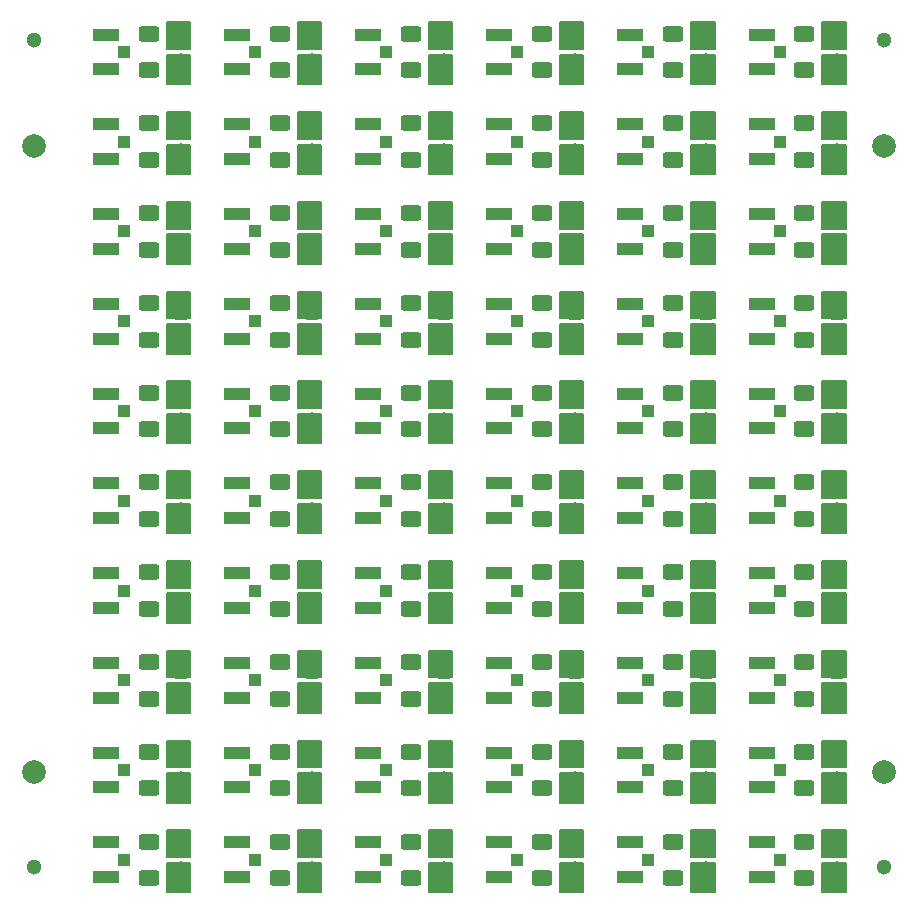
<source format=gbr>
%TF.GenerationSoftware,KiCad,Pcbnew,6.0.10-86aedd382b~118~ubuntu20.04.1*%
%TF.CreationDate,2023-01-07T17:55:22-08:00*%
%TF.ProjectId,coil_terminator_panelized,636f696c-5f74-4657-926d-696e61746f72,rev?*%
%TF.SameCoordinates,Original*%
%TF.FileFunction,Soldermask,Top*%
%TF.FilePolarity,Negative*%
%FSLAX46Y46*%
G04 Gerber Fmt 4.6, Leading zero omitted, Abs format (unit mm)*
G04 Created by KiCad (PCBNEW 6.0.10-86aedd382b~118~ubuntu20.04.1) date 2023-01-07 17:55:22*
%MOMM*%
%LPD*%
G01*
G04 APERTURE LIST*
G04 Aperture macros list*
%AMRoundRect*
0 Rectangle with rounded corners*
0 $1 Rounding radius*
0 $2 $3 $4 $5 $6 $7 $8 $9 X,Y pos of 4 corners*
0 Add a 4 corners polygon primitive as box body*
4,1,4,$2,$3,$4,$5,$6,$7,$8,$9,$2,$3,0*
0 Add four circle primitives for the rounded corners*
1,1,$1+$1,$2,$3*
1,1,$1+$1,$4,$5*
1,1,$1+$1,$6,$7*
1,1,$1+$1,$8,$9*
0 Add four rect primitives between the rounded corners*
20,1,$1+$1,$2,$3,$4,$5,0*
20,1,$1+$1,$4,$5,$6,$7,0*
20,1,$1+$1,$6,$7,$8,$9,0*
20,1,$1+$1,$8,$9,$2,$3,0*%
G04 Aperture macros list end*
%ADD10C,0.150000*%
%ADD11C,1.300000*%
%ADD12C,2.000000*%
%ADD13RoundRect,0.250000X-0.625000X0.400000X-0.625000X-0.400000X0.625000X-0.400000X0.625000X0.400000X0*%
%ADD14R,1.050000X1.000000*%
%ADD15R,2.200000X1.050000*%
%ADD16R,1.000000X1.000000*%
%ADD17O,1.000000X1.000000*%
G04 APERTURE END LIST*
D10*
X115250000Y-111250000D02*
X117250000Y-111250000D01*
X117250000Y-111250000D02*
X117250000Y-113750000D01*
X117250000Y-113750000D02*
X115250000Y-113750000D01*
X115250000Y-113750000D02*
X115250000Y-111250000D01*
G36*
X115250000Y-111250000D02*
G01*
X117250000Y-111250000D01*
X117250000Y-113750000D01*
X115250000Y-113750000D01*
X115250000Y-111250000D01*
G37*
X115250000Y-118850000D02*
X117250000Y-118850000D01*
X117250000Y-118850000D02*
X117250000Y-121350000D01*
X117250000Y-121350000D02*
X115250000Y-121350000D01*
X115250000Y-121350000D02*
X115250000Y-118850000D01*
G36*
X115250000Y-118850000D02*
G01*
X117250000Y-118850000D01*
X117250000Y-121350000D01*
X115250000Y-121350000D01*
X115250000Y-118850000D01*
G37*
X115250000Y-134050000D02*
X117250000Y-134050000D01*
X117250000Y-134050000D02*
X117250000Y-136550000D01*
X117250000Y-136550000D02*
X115250000Y-136550000D01*
X115250000Y-136550000D02*
X115250000Y-134050000D01*
G36*
X115250000Y-134050000D02*
G01*
X117250000Y-134050000D01*
X117250000Y-136550000D01*
X115250000Y-136550000D01*
X115250000Y-134050000D01*
G37*
X115250000Y-126450000D02*
X117250000Y-126450000D01*
X117250000Y-126450000D02*
X117250000Y-128950000D01*
X117250000Y-128950000D02*
X115250000Y-128950000D01*
X115250000Y-128950000D02*
X115250000Y-126450000D01*
G36*
X115250000Y-126450000D02*
G01*
X117250000Y-126450000D01*
X117250000Y-128950000D01*
X115250000Y-128950000D01*
X115250000Y-126450000D01*
G37*
X115250000Y-141650000D02*
X117250000Y-141650000D01*
X117250000Y-141650000D02*
X117250000Y-144150000D01*
X117250000Y-144150000D02*
X115250000Y-144150000D01*
X115250000Y-144150000D02*
X115250000Y-141650000D01*
G36*
X115250000Y-141650000D02*
G01*
X117250000Y-141650000D01*
X117250000Y-144150000D01*
X115250000Y-144150000D01*
X115250000Y-141650000D01*
G37*
X115250000Y-149250000D02*
X117250000Y-149250000D01*
X117250000Y-149250000D02*
X117250000Y-151750000D01*
X117250000Y-151750000D02*
X115250000Y-151750000D01*
X115250000Y-151750000D02*
X115250000Y-149250000D01*
G36*
X115250000Y-149250000D02*
G01*
X117250000Y-149250000D01*
X117250000Y-151750000D01*
X115250000Y-151750000D01*
X115250000Y-149250000D01*
G37*
X115250000Y-156850000D02*
X117250000Y-156850000D01*
X117250000Y-156850000D02*
X117250000Y-159350000D01*
X117250000Y-159350000D02*
X115250000Y-159350000D01*
X115250000Y-159350000D02*
X115250000Y-156850000D01*
G36*
X115250000Y-156850000D02*
G01*
X117250000Y-156850000D01*
X117250000Y-159350000D01*
X115250000Y-159350000D01*
X115250000Y-156850000D01*
G37*
X115250000Y-164450000D02*
X117250000Y-164450000D01*
X117250000Y-164450000D02*
X117250000Y-166950000D01*
X117250000Y-166950000D02*
X115250000Y-166950000D01*
X115250000Y-166950000D02*
X115250000Y-164450000D01*
G36*
X115250000Y-164450000D02*
G01*
X117250000Y-164450000D01*
X117250000Y-166950000D01*
X115250000Y-166950000D01*
X115250000Y-164450000D01*
G37*
X115250000Y-172050000D02*
X117250000Y-172050000D01*
X117250000Y-172050000D02*
X117250000Y-174550000D01*
X117250000Y-174550000D02*
X115250000Y-174550000D01*
X115250000Y-174550000D02*
X115250000Y-172050000D01*
G36*
X115250000Y-172050000D02*
G01*
X117250000Y-172050000D01*
X117250000Y-174550000D01*
X115250000Y-174550000D01*
X115250000Y-172050000D01*
G37*
X115250000Y-179650000D02*
X117250000Y-179650000D01*
X117250000Y-179650000D02*
X117250000Y-182150000D01*
X117250000Y-182150000D02*
X115250000Y-182150000D01*
X115250000Y-182150000D02*
X115250000Y-179650000D01*
G36*
X115250000Y-179650000D02*
G01*
X117250000Y-179650000D01*
X117250000Y-182150000D01*
X115250000Y-182150000D01*
X115250000Y-179650000D01*
G37*
X126350000Y-111250000D02*
X128350000Y-111250000D01*
X128350000Y-111250000D02*
X128350000Y-113750000D01*
X128350000Y-113750000D02*
X126350000Y-113750000D01*
X126350000Y-113750000D02*
X126350000Y-111250000D01*
G36*
X126350000Y-111250000D02*
G01*
X128350000Y-111250000D01*
X128350000Y-113750000D01*
X126350000Y-113750000D01*
X126350000Y-111250000D01*
G37*
X126350000Y-118850000D02*
X128350000Y-118850000D01*
X128350000Y-118850000D02*
X128350000Y-121350000D01*
X128350000Y-121350000D02*
X126350000Y-121350000D01*
X126350000Y-121350000D02*
X126350000Y-118850000D01*
G36*
X126350000Y-118850000D02*
G01*
X128350000Y-118850000D01*
X128350000Y-121350000D01*
X126350000Y-121350000D01*
X126350000Y-118850000D01*
G37*
X126350000Y-126450000D02*
X128350000Y-126450000D01*
X128350000Y-126450000D02*
X128350000Y-128950000D01*
X128350000Y-128950000D02*
X126350000Y-128950000D01*
X126350000Y-128950000D02*
X126350000Y-126450000D01*
G36*
X126350000Y-126450000D02*
G01*
X128350000Y-126450000D01*
X128350000Y-128950000D01*
X126350000Y-128950000D01*
X126350000Y-126450000D01*
G37*
X126350000Y-134050000D02*
X128350000Y-134050000D01*
X128350000Y-134050000D02*
X128350000Y-136550000D01*
X128350000Y-136550000D02*
X126350000Y-136550000D01*
X126350000Y-136550000D02*
X126350000Y-134050000D01*
G36*
X126350000Y-134050000D02*
G01*
X128350000Y-134050000D01*
X128350000Y-136550000D01*
X126350000Y-136550000D01*
X126350000Y-134050000D01*
G37*
X126350000Y-141650000D02*
X128350000Y-141650000D01*
X128350000Y-141650000D02*
X128350000Y-144150000D01*
X128350000Y-144150000D02*
X126350000Y-144150000D01*
X126350000Y-144150000D02*
X126350000Y-141650000D01*
G36*
X126350000Y-141650000D02*
G01*
X128350000Y-141650000D01*
X128350000Y-144150000D01*
X126350000Y-144150000D01*
X126350000Y-141650000D01*
G37*
X126350000Y-149250000D02*
X128350000Y-149250000D01*
X128350000Y-149250000D02*
X128350000Y-151750000D01*
X128350000Y-151750000D02*
X126350000Y-151750000D01*
X126350000Y-151750000D02*
X126350000Y-149250000D01*
G36*
X126350000Y-149250000D02*
G01*
X128350000Y-149250000D01*
X128350000Y-151750000D01*
X126350000Y-151750000D01*
X126350000Y-149250000D01*
G37*
X126350000Y-156850000D02*
X128350000Y-156850000D01*
X128350000Y-156850000D02*
X128350000Y-159350000D01*
X128350000Y-159350000D02*
X126350000Y-159350000D01*
X126350000Y-159350000D02*
X126350000Y-156850000D01*
G36*
X126350000Y-156850000D02*
G01*
X128350000Y-156850000D01*
X128350000Y-159350000D01*
X126350000Y-159350000D01*
X126350000Y-156850000D01*
G37*
X126350000Y-164450000D02*
X128350000Y-164450000D01*
X128350000Y-164450000D02*
X128350000Y-166950000D01*
X128350000Y-166950000D02*
X126350000Y-166950000D01*
X126350000Y-166950000D02*
X126350000Y-164450000D01*
G36*
X126350000Y-164450000D02*
G01*
X128350000Y-164450000D01*
X128350000Y-166950000D01*
X126350000Y-166950000D01*
X126350000Y-164450000D01*
G37*
X126350000Y-172050000D02*
X128350000Y-172050000D01*
X128350000Y-172050000D02*
X128350000Y-174550000D01*
X128350000Y-174550000D02*
X126350000Y-174550000D01*
X126350000Y-174550000D02*
X126350000Y-172050000D01*
G36*
X126350000Y-172050000D02*
G01*
X128350000Y-172050000D01*
X128350000Y-174550000D01*
X126350000Y-174550000D01*
X126350000Y-172050000D01*
G37*
X126350000Y-179650000D02*
X128350000Y-179650000D01*
X128350000Y-179650000D02*
X128350000Y-182150000D01*
X128350000Y-182150000D02*
X126350000Y-182150000D01*
X126350000Y-182150000D02*
X126350000Y-179650000D01*
G36*
X126350000Y-179650000D02*
G01*
X128350000Y-179650000D01*
X128350000Y-182150000D01*
X126350000Y-182150000D01*
X126350000Y-179650000D01*
G37*
X137450000Y-111250000D02*
X139450000Y-111250000D01*
X139450000Y-111250000D02*
X139450000Y-113750000D01*
X139450000Y-113750000D02*
X137450000Y-113750000D01*
X137450000Y-113750000D02*
X137450000Y-111250000D01*
G36*
X137450000Y-111250000D02*
G01*
X139450000Y-111250000D01*
X139450000Y-113750000D01*
X137450000Y-113750000D01*
X137450000Y-111250000D01*
G37*
X137450000Y-118850000D02*
X139450000Y-118850000D01*
X139450000Y-118850000D02*
X139450000Y-121350000D01*
X139450000Y-121350000D02*
X137450000Y-121350000D01*
X137450000Y-121350000D02*
X137450000Y-118850000D01*
G36*
X137450000Y-118850000D02*
G01*
X139450000Y-118850000D01*
X139450000Y-121350000D01*
X137450000Y-121350000D01*
X137450000Y-118850000D01*
G37*
X137450000Y-126450000D02*
X139450000Y-126450000D01*
X139450000Y-126450000D02*
X139450000Y-128950000D01*
X139450000Y-128950000D02*
X137450000Y-128950000D01*
X137450000Y-128950000D02*
X137450000Y-126450000D01*
G36*
X137450000Y-126450000D02*
G01*
X139450000Y-126450000D01*
X139450000Y-128950000D01*
X137450000Y-128950000D01*
X137450000Y-126450000D01*
G37*
X137450000Y-134050000D02*
X139450000Y-134050000D01*
X139450000Y-134050000D02*
X139450000Y-136550000D01*
X139450000Y-136550000D02*
X137450000Y-136550000D01*
X137450000Y-136550000D02*
X137450000Y-134050000D01*
G36*
X137450000Y-134050000D02*
G01*
X139450000Y-134050000D01*
X139450000Y-136550000D01*
X137450000Y-136550000D01*
X137450000Y-134050000D01*
G37*
X137450000Y-141650000D02*
X139450000Y-141650000D01*
X139450000Y-141650000D02*
X139450000Y-144150000D01*
X139450000Y-144150000D02*
X137450000Y-144150000D01*
X137450000Y-144150000D02*
X137450000Y-141650000D01*
G36*
X137450000Y-141650000D02*
G01*
X139450000Y-141650000D01*
X139450000Y-144150000D01*
X137450000Y-144150000D01*
X137450000Y-141650000D01*
G37*
X137450000Y-149250000D02*
X139450000Y-149250000D01*
X139450000Y-149250000D02*
X139450000Y-151750000D01*
X139450000Y-151750000D02*
X137450000Y-151750000D01*
X137450000Y-151750000D02*
X137450000Y-149250000D01*
G36*
X137450000Y-149250000D02*
G01*
X139450000Y-149250000D01*
X139450000Y-151750000D01*
X137450000Y-151750000D01*
X137450000Y-149250000D01*
G37*
X137450000Y-156850000D02*
X139450000Y-156850000D01*
X139450000Y-156850000D02*
X139450000Y-159350000D01*
X139450000Y-159350000D02*
X137450000Y-159350000D01*
X137450000Y-159350000D02*
X137450000Y-156850000D01*
G36*
X137450000Y-156850000D02*
G01*
X139450000Y-156850000D01*
X139450000Y-159350000D01*
X137450000Y-159350000D01*
X137450000Y-156850000D01*
G37*
X137450000Y-164450000D02*
X139450000Y-164450000D01*
X139450000Y-164450000D02*
X139450000Y-166950000D01*
X139450000Y-166950000D02*
X137450000Y-166950000D01*
X137450000Y-166950000D02*
X137450000Y-164450000D01*
G36*
X137450000Y-164450000D02*
G01*
X139450000Y-164450000D01*
X139450000Y-166950000D01*
X137450000Y-166950000D01*
X137450000Y-164450000D01*
G37*
X137450000Y-172050000D02*
X139450000Y-172050000D01*
X139450000Y-172050000D02*
X139450000Y-174550000D01*
X139450000Y-174550000D02*
X137450000Y-174550000D01*
X137450000Y-174550000D02*
X137450000Y-172050000D01*
G36*
X137450000Y-172050000D02*
G01*
X139450000Y-172050000D01*
X139450000Y-174550000D01*
X137450000Y-174550000D01*
X137450000Y-172050000D01*
G37*
X137450000Y-179650000D02*
X139450000Y-179650000D01*
X139450000Y-179650000D02*
X139450000Y-182150000D01*
X139450000Y-182150000D02*
X137450000Y-182150000D01*
X137450000Y-182150000D02*
X137450000Y-179650000D01*
G36*
X137450000Y-179650000D02*
G01*
X139450000Y-179650000D01*
X139450000Y-182150000D01*
X137450000Y-182150000D01*
X137450000Y-179650000D01*
G37*
X148550000Y-111250000D02*
X150550000Y-111250000D01*
X150550000Y-111250000D02*
X150550000Y-113750000D01*
X150550000Y-113750000D02*
X148550000Y-113750000D01*
X148550000Y-113750000D02*
X148550000Y-111250000D01*
G36*
X148550000Y-111250000D02*
G01*
X150550000Y-111250000D01*
X150550000Y-113750000D01*
X148550000Y-113750000D01*
X148550000Y-111250000D01*
G37*
X148550000Y-118850000D02*
X150550000Y-118850000D01*
X150550000Y-118850000D02*
X150550000Y-121350000D01*
X150550000Y-121350000D02*
X148550000Y-121350000D01*
X148550000Y-121350000D02*
X148550000Y-118850000D01*
G36*
X148550000Y-118850000D02*
G01*
X150550000Y-118850000D01*
X150550000Y-121350000D01*
X148550000Y-121350000D01*
X148550000Y-118850000D01*
G37*
X148550000Y-126450000D02*
X150550000Y-126450000D01*
X150550000Y-126450000D02*
X150550000Y-128950000D01*
X150550000Y-128950000D02*
X148550000Y-128950000D01*
X148550000Y-128950000D02*
X148550000Y-126450000D01*
G36*
X148550000Y-126450000D02*
G01*
X150550000Y-126450000D01*
X150550000Y-128950000D01*
X148550000Y-128950000D01*
X148550000Y-126450000D01*
G37*
X148550000Y-134050000D02*
X150550000Y-134050000D01*
X150550000Y-134050000D02*
X150550000Y-136550000D01*
X150550000Y-136550000D02*
X148550000Y-136550000D01*
X148550000Y-136550000D02*
X148550000Y-134050000D01*
G36*
X148550000Y-134050000D02*
G01*
X150550000Y-134050000D01*
X150550000Y-136550000D01*
X148550000Y-136550000D01*
X148550000Y-134050000D01*
G37*
X148550000Y-141650000D02*
X150550000Y-141650000D01*
X150550000Y-141650000D02*
X150550000Y-144150000D01*
X150550000Y-144150000D02*
X148550000Y-144150000D01*
X148550000Y-144150000D02*
X148550000Y-141650000D01*
G36*
X148550000Y-141650000D02*
G01*
X150550000Y-141650000D01*
X150550000Y-144150000D01*
X148550000Y-144150000D01*
X148550000Y-141650000D01*
G37*
X148550000Y-149250000D02*
X150550000Y-149250000D01*
X150550000Y-149250000D02*
X150550000Y-151750000D01*
X150550000Y-151750000D02*
X148550000Y-151750000D01*
X148550000Y-151750000D02*
X148550000Y-149250000D01*
G36*
X148550000Y-149250000D02*
G01*
X150550000Y-149250000D01*
X150550000Y-151750000D01*
X148550000Y-151750000D01*
X148550000Y-149250000D01*
G37*
X148550000Y-156850000D02*
X150550000Y-156850000D01*
X150550000Y-156850000D02*
X150550000Y-159350000D01*
X150550000Y-159350000D02*
X148550000Y-159350000D01*
X148550000Y-159350000D02*
X148550000Y-156850000D01*
G36*
X148550000Y-156850000D02*
G01*
X150550000Y-156850000D01*
X150550000Y-159350000D01*
X148550000Y-159350000D01*
X148550000Y-156850000D01*
G37*
X148550000Y-164450000D02*
X150550000Y-164450000D01*
X150550000Y-164450000D02*
X150550000Y-166950000D01*
X150550000Y-166950000D02*
X148550000Y-166950000D01*
X148550000Y-166950000D02*
X148550000Y-164450000D01*
G36*
X148550000Y-164450000D02*
G01*
X150550000Y-164450000D01*
X150550000Y-166950000D01*
X148550000Y-166950000D01*
X148550000Y-164450000D01*
G37*
X148550000Y-172050000D02*
X150550000Y-172050000D01*
X150550000Y-172050000D02*
X150550000Y-174550000D01*
X150550000Y-174550000D02*
X148550000Y-174550000D01*
X148550000Y-174550000D02*
X148550000Y-172050000D01*
G36*
X148550000Y-172050000D02*
G01*
X150550000Y-172050000D01*
X150550000Y-174550000D01*
X148550000Y-174550000D01*
X148550000Y-172050000D01*
G37*
X148550000Y-179650000D02*
X150550000Y-179650000D01*
X150550000Y-179650000D02*
X150550000Y-182150000D01*
X150550000Y-182150000D02*
X148550000Y-182150000D01*
X148550000Y-182150000D02*
X148550000Y-179650000D01*
G36*
X148550000Y-179650000D02*
G01*
X150550000Y-179650000D01*
X150550000Y-182150000D01*
X148550000Y-182150000D01*
X148550000Y-179650000D01*
G37*
X159650000Y-111250000D02*
X161650000Y-111250000D01*
X161650000Y-111250000D02*
X161650000Y-113750000D01*
X161650000Y-113750000D02*
X159650000Y-113750000D01*
X159650000Y-113750000D02*
X159650000Y-111250000D01*
G36*
X159650000Y-111250000D02*
G01*
X161650000Y-111250000D01*
X161650000Y-113750000D01*
X159650000Y-113750000D01*
X159650000Y-111250000D01*
G37*
X159650000Y-118850000D02*
X161650000Y-118850000D01*
X161650000Y-118850000D02*
X161650000Y-121350000D01*
X161650000Y-121350000D02*
X159650000Y-121350000D01*
X159650000Y-121350000D02*
X159650000Y-118850000D01*
G36*
X159650000Y-118850000D02*
G01*
X161650000Y-118850000D01*
X161650000Y-121350000D01*
X159650000Y-121350000D01*
X159650000Y-118850000D01*
G37*
X159650000Y-126450000D02*
X161650000Y-126450000D01*
X161650000Y-126450000D02*
X161650000Y-128950000D01*
X161650000Y-128950000D02*
X159650000Y-128950000D01*
X159650000Y-128950000D02*
X159650000Y-126450000D01*
G36*
X159650000Y-126450000D02*
G01*
X161650000Y-126450000D01*
X161650000Y-128950000D01*
X159650000Y-128950000D01*
X159650000Y-126450000D01*
G37*
X159650000Y-134050000D02*
X161650000Y-134050000D01*
X161650000Y-134050000D02*
X161650000Y-136550000D01*
X161650000Y-136550000D02*
X159650000Y-136550000D01*
X159650000Y-136550000D02*
X159650000Y-134050000D01*
G36*
X159650000Y-134050000D02*
G01*
X161650000Y-134050000D01*
X161650000Y-136550000D01*
X159650000Y-136550000D01*
X159650000Y-134050000D01*
G37*
X159650000Y-141650000D02*
X161650000Y-141650000D01*
X161650000Y-141650000D02*
X161650000Y-144150000D01*
X161650000Y-144150000D02*
X159650000Y-144150000D01*
X159650000Y-144150000D02*
X159650000Y-141650000D01*
G36*
X159650000Y-141650000D02*
G01*
X161650000Y-141650000D01*
X161650000Y-144150000D01*
X159650000Y-144150000D01*
X159650000Y-141650000D01*
G37*
X159650000Y-149250000D02*
X161650000Y-149250000D01*
X161650000Y-149250000D02*
X161650000Y-151750000D01*
X161650000Y-151750000D02*
X159650000Y-151750000D01*
X159650000Y-151750000D02*
X159650000Y-149250000D01*
G36*
X159650000Y-149250000D02*
G01*
X161650000Y-149250000D01*
X161650000Y-151750000D01*
X159650000Y-151750000D01*
X159650000Y-149250000D01*
G37*
X159650000Y-156850000D02*
X161650000Y-156850000D01*
X161650000Y-156850000D02*
X161650000Y-159350000D01*
X161650000Y-159350000D02*
X159650000Y-159350000D01*
X159650000Y-159350000D02*
X159650000Y-156850000D01*
G36*
X159650000Y-156850000D02*
G01*
X161650000Y-156850000D01*
X161650000Y-159350000D01*
X159650000Y-159350000D01*
X159650000Y-156850000D01*
G37*
X159650000Y-164450000D02*
X161650000Y-164450000D01*
X161650000Y-164450000D02*
X161650000Y-166950000D01*
X161650000Y-166950000D02*
X159650000Y-166950000D01*
X159650000Y-166950000D02*
X159650000Y-164450000D01*
G36*
X159650000Y-164450000D02*
G01*
X161650000Y-164450000D01*
X161650000Y-166950000D01*
X159650000Y-166950000D01*
X159650000Y-164450000D01*
G37*
X159650000Y-172050000D02*
X161650000Y-172050000D01*
X161650000Y-172050000D02*
X161650000Y-174550000D01*
X161650000Y-174550000D02*
X159650000Y-174550000D01*
X159650000Y-174550000D02*
X159650000Y-172050000D01*
G36*
X159650000Y-172050000D02*
G01*
X161650000Y-172050000D01*
X161650000Y-174550000D01*
X159650000Y-174550000D01*
X159650000Y-172050000D01*
G37*
X159650000Y-179650000D02*
X161650000Y-179650000D01*
X161650000Y-179650000D02*
X161650000Y-182150000D01*
X161650000Y-182150000D02*
X159650000Y-182150000D01*
X159650000Y-182150000D02*
X159650000Y-179650000D01*
G36*
X159650000Y-179650000D02*
G01*
X161650000Y-179650000D01*
X161650000Y-182150000D01*
X159650000Y-182150000D01*
X159650000Y-179650000D01*
G37*
X170750000Y-111250000D02*
X172750000Y-111250000D01*
X172750000Y-111250000D02*
X172750000Y-113750000D01*
X172750000Y-113750000D02*
X170750000Y-113750000D01*
X170750000Y-113750000D02*
X170750000Y-111250000D01*
G36*
X170750000Y-111250000D02*
G01*
X172750000Y-111250000D01*
X172750000Y-113750000D01*
X170750000Y-113750000D01*
X170750000Y-111250000D01*
G37*
X170750000Y-118850000D02*
X172750000Y-118850000D01*
X172750000Y-118850000D02*
X172750000Y-121350000D01*
X172750000Y-121350000D02*
X170750000Y-121350000D01*
X170750000Y-121350000D02*
X170750000Y-118850000D01*
G36*
X170750000Y-118850000D02*
G01*
X172750000Y-118850000D01*
X172750000Y-121350000D01*
X170750000Y-121350000D01*
X170750000Y-118850000D01*
G37*
X170750000Y-126450000D02*
X172750000Y-126450000D01*
X172750000Y-126450000D02*
X172750000Y-128950000D01*
X172750000Y-128950000D02*
X170750000Y-128950000D01*
X170750000Y-128950000D02*
X170750000Y-126450000D01*
G36*
X170750000Y-126450000D02*
G01*
X172750000Y-126450000D01*
X172750000Y-128950000D01*
X170750000Y-128950000D01*
X170750000Y-126450000D01*
G37*
X170750000Y-134050000D02*
X172750000Y-134050000D01*
X172750000Y-134050000D02*
X172750000Y-136550000D01*
X172750000Y-136550000D02*
X170750000Y-136550000D01*
X170750000Y-136550000D02*
X170750000Y-134050000D01*
G36*
X170750000Y-134050000D02*
G01*
X172750000Y-134050000D01*
X172750000Y-136550000D01*
X170750000Y-136550000D01*
X170750000Y-134050000D01*
G37*
X170750000Y-141650000D02*
X172750000Y-141650000D01*
X172750000Y-141650000D02*
X172750000Y-144150000D01*
X172750000Y-144150000D02*
X170750000Y-144150000D01*
X170750000Y-144150000D02*
X170750000Y-141650000D01*
G36*
X170750000Y-141650000D02*
G01*
X172750000Y-141650000D01*
X172750000Y-144150000D01*
X170750000Y-144150000D01*
X170750000Y-141650000D01*
G37*
X170750000Y-149250000D02*
X172750000Y-149250000D01*
X172750000Y-149250000D02*
X172750000Y-151750000D01*
X172750000Y-151750000D02*
X170750000Y-151750000D01*
X170750000Y-151750000D02*
X170750000Y-149250000D01*
G36*
X170750000Y-149250000D02*
G01*
X172750000Y-149250000D01*
X172750000Y-151750000D01*
X170750000Y-151750000D01*
X170750000Y-149250000D01*
G37*
X170750000Y-156850000D02*
X172750000Y-156850000D01*
X172750000Y-156850000D02*
X172750000Y-159350000D01*
X172750000Y-159350000D02*
X170750000Y-159350000D01*
X170750000Y-159350000D02*
X170750000Y-156850000D01*
G36*
X170750000Y-156850000D02*
G01*
X172750000Y-156850000D01*
X172750000Y-159350000D01*
X170750000Y-159350000D01*
X170750000Y-156850000D01*
G37*
X170750000Y-164450000D02*
X172750000Y-164450000D01*
X172750000Y-164450000D02*
X172750000Y-166950000D01*
X172750000Y-166950000D02*
X170750000Y-166950000D01*
X170750000Y-166950000D02*
X170750000Y-164450000D01*
G36*
X170750000Y-164450000D02*
G01*
X172750000Y-164450000D01*
X172750000Y-166950000D01*
X170750000Y-166950000D01*
X170750000Y-164450000D01*
G37*
X170750000Y-172050000D02*
X172750000Y-172050000D01*
X172750000Y-172050000D02*
X172750000Y-174550000D01*
X172750000Y-174550000D02*
X170750000Y-174550000D01*
X170750000Y-174550000D02*
X170750000Y-172050000D01*
G36*
X170750000Y-172050000D02*
G01*
X172750000Y-172050000D01*
X172750000Y-174550000D01*
X170750000Y-174550000D01*
X170750000Y-172050000D01*
G37*
X170750000Y-179650000D02*
X172750000Y-179650000D01*
X172750000Y-179650000D02*
X172750000Y-182150000D01*
X172750000Y-182150000D02*
X170750000Y-182150000D01*
X170750000Y-182150000D02*
X170750000Y-179650000D01*
G36*
X170750000Y-179650000D02*
G01*
X172750000Y-179650000D01*
X172750000Y-182150000D01*
X170750000Y-182150000D01*
X170750000Y-179650000D01*
G37*
X115250000Y-110750000D02*
X117250000Y-110750000D01*
X117250000Y-110750000D02*
X117250000Y-108500000D01*
X117250000Y-108500000D02*
X115250000Y-108500000D01*
X115250000Y-108500000D02*
X115250000Y-110750000D01*
G36*
X115250000Y-110750000D02*
G01*
X117250000Y-110750000D01*
X117250000Y-108500000D01*
X115250000Y-108500000D01*
X115250000Y-110750000D01*
G37*
X115250000Y-118350000D02*
X117250000Y-118350000D01*
X117250000Y-118350000D02*
X117250000Y-116100000D01*
X117250000Y-116100000D02*
X115250000Y-116100000D01*
X115250000Y-116100000D02*
X115250000Y-118350000D01*
G36*
X115250000Y-118350000D02*
G01*
X117250000Y-118350000D01*
X117250000Y-116100000D01*
X115250000Y-116100000D01*
X115250000Y-118350000D01*
G37*
X115250000Y-125950000D02*
X117250000Y-125950000D01*
X117250000Y-125950000D02*
X117250000Y-123700000D01*
X117250000Y-123700000D02*
X115250000Y-123700000D01*
X115250000Y-123700000D02*
X115250000Y-125950000D01*
G36*
X115250000Y-125950000D02*
G01*
X117250000Y-125950000D01*
X117250000Y-123700000D01*
X115250000Y-123700000D01*
X115250000Y-125950000D01*
G37*
X115250000Y-133550000D02*
X117250000Y-133550000D01*
X117250000Y-133550000D02*
X117250000Y-131300000D01*
X117250000Y-131300000D02*
X115250000Y-131300000D01*
X115250000Y-131300000D02*
X115250000Y-133550000D01*
G36*
X115250000Y-133550000D02*
G01*
X117250000Y-133550000D01*
X117250000Y-131300000D01*
X115250000Y-131300000D01*
X115250000Y-133550000D01*
G37*
X115250000Y-141150000D02*
X117250000Y-141150000D01*
X117250000Y-141150000D02*
X117250000Y-138900000D01*
X117250000Y-138900000D02*
X115250000Y-138900000D01*
X115250000Y-138900000D02*
X115250000Y-141150000D01*
G36*
X115250000Y-141150000D02*
G01*
X117250000Y-141150000D01*
X117250000Y-138900000D01*
X115250000Y-138900000D01*
X115250000Y-141150000D01*
G37*
X115250000Y-148750000D02*
X117250000Y-148750000D01*
X117250000Y-148750000D02*
X117250000Y-146500000D01*
X117250000Y-146500000D02*
X115250000Y-146500000D01*
X115250000Y-146500000D02*
X115250000Y-148750000D01*
G36*
X115250000Y-148750000D02*
G01*
X117250000Y-148750000D01*
X117250000Y-146500000D01*
X115250000Y-146500000D01*
X115250000Y-148750000D01*
G37*
X115250000Y-156350000D02*
X117250000Y-156350000D01*
X117250000Y-156350000D02*
X117250000Y-154100000D01*
X117250000Y-154100000D02*
X115250000Y-154100000D01*
X115250000Y-154100000D02*
X115250000Y-156350000D01*
G36*
X115250000Y-156350000D02*
G01*
X117250000Y-156350000D01*
X117250000Y-154100000D01*
X115250000Y-154100000D01*
X115250000Y-156350000D01*
G37*
X115250000Y-163950000D02*
X117250000Y-163950000D01*
X117250000Y-163950000D02*
X117250000Y-161700000D01*
X117250000Y-161700000D02*
X115250000Y-161700000D01*
X115250000Y-161700000D02*
X115250000Y-163950000D01*
G36*
X115250000Y-163950000D02*
G01*
X117250000Y-163950000D01*
X117250000Y-161700000D01*
X115250000Y-161700000D01*
X115250000Y-163950000D01*
G37*
X115250000Y-171550000D02*
X117250000Y-171550000D01*
X117250000Y-171550000D02*
X117250000Y-169300000D01*
X117250000Y-169300000D02*
X115250000Y-169300000D01*
X115250000Y-169300000D02*
X115250000Y-171550000D01*
G36*
X115250000Y-171550000D02*
G01*
X117250000Y-171550000D01*
X117250000Y-169300000D01*
X115250000Y-169300000D01*
X115250000Y-171550000D01*
G37*
X115250000Y-179150000D02*
X117250000Y-179150000D01*
X117250000Y-179150000D02*
X117250000Y-176900000D01*
X117250000Y-176900000D02*
X115250000Y-176900000D01*
X115250000Y-176900000D02*
X115250000Y-179150000D01*
G36*
X115250000Y-179150000D02*
G01*
X117250000Y-179150000D01*
X117250000Y-176900000D01*
X115250000Y-176900000D01*
X115250000Y-179150000D01*
G37*
X126350000Y-110750000D02*
X128350000Y-110750000D01*
X128350000Y-110750000D02*
X128350000Y-108500000D01*
X128350000Y-108500000D02*
X126350000Y-108500000D01*
X126350000Y-108500000D02*
X126350000Y-110750000D01*
G36*
X126350000Y-110750000D02*
G01*
X128350000Y-110750000D01*
X128350000Y-108500000D01*
X126350000Y-108500000D01*
X126350000Y-110750000D01*
G37*
X126350000Y-118350000D02*
X128350000Y-118350000D01*
X128350000Y-118350000D02*
X128350000Y-116100000D01*
X128350000Y-116100000D02*
X126350000Y-116100000D01*
X126350000Y-116100000D02*
X126350000Y-118350000D01*
G36*
X126350000Y-118350000D02*
G01*
X128350000Y-118350000D01*
X128350000Y-116100000D01*
X126350000Y-116100000D01*
X126350000Y-118350000D01*
G37*
X126350000Y-125950000D02*
X128350000Y-125950000D01*
X128350000Y-125950000D02*
X128350000Y-123700000D01*
X128350000Y-123700000D02*
X126350000Y-123700000D01*
X126350000Y-123700000D02*
X126350000Y-125950000D01*
G36*
X126350000Y-125950000D02*
G01*
X128350000Y-125950000D01*
X128350000Y-123700000D01*
X126350000Y-123700000D01*
X126350000Y-125950000D01*
G37*
X126350000Y-133550000D02*
X128350000Y-133550000D01*
X128350000Y-133550000D02*
X128350000Y-131300000D01*
X128350000Y-131300000D02*
X126350000Y-131300000D01*
X126350000Y-131300000D02*
X126350000Y-133550000D01*
G36*
X126350000Y-133550000D02*
G01*
X128350000Y-133550000D01*
X128350000Y-131300000D01*
X126350000Y-131300000D01*
X126350000Y-133550000D01*
G37*
X126350000Y-141150000D02*
X128350000Y-141150000D01*
X128350000Y-141150000D02*
X128350000Y-138900000D01*
X128350000Y-138900000D02*
X126350000Y-138900000D01*
X126350000Y-138900000D02*
X126350000Y-141150000D01*
G36*
X126350000Y-141150000D02*
G01*
X128350000Y-141150000D01*
X128350000Y-138900000D01*
X126350000Y-138900000D01*
X126350000Y-141150000D01*
G37*
X148550000Y-118350000D02*
X150550000Y-118350000D01*
X150550000Y-118350000D02*
X150550000Y-116100000D01*
X150550000Y-116100000D02*
X148550000Y-116100000D01*
X148550000Y-116100000D02*
X148550000Y-118350000D01*
G36*
X148550000Y-118350000D02*
G01*
X150550000Y-118350000D01*
X150550000Y-116100000D01*
X148550000Y-116100000D01*
X148550000Y-118350000D01*
G37*
X126350000Y-148750000D02*
X128350000Y-148750000D01*
X128350000Y-148750000D02*
X128350000Y-146500000D01*
X128350000Y-146500000D02*
X126350000Y-146500000D01*
X126350000Y-146500000D02*
X126350000Y-148750000D01*
G36*
X126350000Y-148750000D02*
G01*
X128350000Y-148750000D01*
X128350000Y-146500000D01*
X126350000Y-146500000D01*
X126350000Y-148750000D01*
G37*
X126350000Y-156350000D02*
X128350000Y-156350000D01*
X128350000Y-156350000D02*
X128350000Y-154100000D01*
X128350000Y-154100000D02*
X126350000Y-154100000D01*
X126350000Y-154100000D02*
X126350000Y-156350000D01*
G36*
X126350000Y-156350000D02*
G01*
X128350000Y-156350000D01*
X128350000Y-154100000D01*
X126350000Y-154100000D01*
X126350000Y-156350000D01*
G37*
X126350000Y-163950000D02*
X128350000Y-163950000D01*
X128350000Y-163950000D02*
X128350000Y-161700000D01*
X128350000Y-161700000D02*
X126350000Y-161700000D01*
X126350000Y-161700000D02*
X126350000Y-163950000D01*
G36*
X126350000Y-163950000D02*
G01*
X128350000Y-163950000D01*
X128350000Y-161700000D01*
X126350000Y-161700000D01*
X126350000Y-163950000D01*
G37*
X126350000Y-171550000D02*
X128350000Y-171550000D01*
X128350000Y-171550000D02*
X128350000Y-169300000D01*
X128350000Y-169300000D02*
X126350000Y-169300000D01*
X126350000Y-169300000D02*
X126350000Y-171550000D01*
G36*
X126350000Y-171550000D02*
G01*
X128350000Y-171550000D01*
X128350000Y-169300000D01*
X126350000Y-169300000D01*
X126350000Y-171550000D01*
G37*
X126350000Y-179150000D02*
X128350000Y-179150000D01*
X128350000Y-179150000D02*
X128350000Y-176900000D01*
X128350000Y-176900000D02*
X126350000Y-176900000D01*
X126350000Y-176900000D02*
X126350000Y-179150000D01*
G36*
X126350000Y-179150000D02*
G01*
X128350000Y-179150000D01*
X128350000Y-176900000D01*
X126350000Y-176900000D01*
X126350000Y-179150000D01*
G37*
X137450000Y-110750000D02*
X139450000Y-110750000D01*
X139450000Y-110750000D02*
X139450000Y-108500000D01*
X139450000Y-108500000D02*
X137450000Y-108500000D01*
X137450000Y-108500000D02*
X137450000Y-110750000D01*
G36*
X137450000Y-110750000D02*
G01*
X139450000Y-110750000D01*
X139450000Y-108500000D01*
X137450000Y-108500000D01*
X137450000Y-110750000D01*
G37*
X137450000Y-118350000D02*
X139450000Y-118350000D01*
X139450000Y-118350000D02*
X139450000Y-116100000D01*
X139450000Y-116100000D02*
X137450000Y-116100000D01*
X137450000Y-116100000D02*
X137450000Y-118350000D01*
G36*
X137450000Y-118350000D02*
G01*
X139450000Y-118350000D01*
X139450000Y-116100000D01*
X137450000Y-116100000D01*
X137450000Y-118350000D01*
G37*
X137450000Y-125950000D02*
X139450000Y-125950000D01*
X139450000Y-125950000D02*
X139450000Y-123700000D01*
X139450000Y-123700000D02*
X137450000Y-123700000D01*
X137450000Y-123700000D02*
X137450000Y-125950000D01*
G36*
X137450000Y-125950000D02*
G01*
X139450000Y-125950000D01*
X139450000Y-123700000D01*
X137450000Y-123700000D01*
X137450000Y-125950000D01*
G37*
X137450000Y-133550000D02*
X139450000Y-133550000D01*
X139450000Y-133550000D02*
X139450000Y-131300000D01*
X139450000Y-131300000D02*
X137450000Y-131300000D01*
X137450000Y-131300000D02*
X137450000Y-133550000D01*
G36*
X137450000Y-133550000D02*
G01*
X139450000Y-133550000D01*
X139450000Y-131300000D01*
X137450000Y-131300000D01*
X137450000Y-133550000D01*
G37*
X137450000Y-141150000D02*
X139450000Y-141150000D01*
X139450000Y-141150000D02*
X139450000Y-138900000D01*
X139450000Y-138900000D02*
X137450000Y-138900000D01*
X137450000Y-138900000D02*
X137450000Y-141150000D01*
G36*
X137450000Y-141150000D02*
G01*
X139450000Y-141150000D01*
X139450000Y-138900000D01*
X137450000Y-138900000D01*
X137450000Y-141150000D01*
G37*
X137450000Y-148750000D02*
X139450000Y-148750000D01*
X139450000Y-148750000D02*
X139450000Y-146500000D01*
X139450000Y-146500000D02*
X137450000Y-146500000D01*
X137450000Y-146500000D02*
X137450000Y-148750000D01*
G36*
X137450000Y-148750000D02*
G01*
X139450000Y-148750000D01*
X139450000Y-146500000D01*
X137450000Y-146500000D01*
X137450000Y-148750000D01*
G37*
X137450000Y-156350000D02*
X139450000Y-156350000D01*
X139450000Y-156350000D02*
X139450000Y-154100000D01*
X139450000Y-154100000D02*
X137450000Y-154100000D01*
X137450000Y-154100000D02*
X137450000Y-156350000D01*
G36*
X137450000Y-156350000D02*
G01*
X139450000Y-156350000D01*
X139450000Y-154100000D01*
X137450000Y-154100000D01*
X137450000Y-156350000D01*
G37*
X137450000Y-163950000D02*
X139450000Y-163950000D01*
X139450000Y-163950000D02*
X139450000Y-161700000D01*
X139450000Y-161700000D02*
X137450000Y-161700000D01*
X137450000Y-161700000D02*
X137450000Y-163950000D01*
G36*
X137450000Y-163950000D02*
G01*
X139450000Y-163950000D01*
X139450000Y-161700000D01*
X137450000Y-161700000D01*
X137450000Y-163950000D01*
G37*
X137450000Y-171550000D02*
X139450000Y-171550000D01*
X139450000Y-171550000D02*
X139450000Y-169300000D01*
X139450000Y-169300000D02*
X137450000Y-169300000D01*
X137450000Y-169300000D02*
X137450000Y-171550000D01*
G36*
X137450000Y-171550000D02*
G01*
X139450000Y-171550000D01*
X139450000Y-169300000D01*
X137450000Y-169300000D01*
X137450000Y-171550000D01*
G37*
X137450000Y-179150000D02*
X139450000Y-179150000D01*
X139450000Y-179150000D02*
X139450000Y-176900000D01*
X139450000Y-176900000D02*
X137450000Y-176900000D01*
X137450000Y-176900000D02*
X137450000Y-179150000D01*
G36*
X137450000Y-179150000D02*
G01*
X139450000Y-179150000D01*
X139450000Y-176900000D01*
X137450000Y-176900000D01*
X137450000Y-179150000D01*
G37*
X148550000Y-110750000D02*
X150550000Y-110750000D01*
X150550000Y-110750000D02*
X150550000Y-108500000D01*
X150550000Y-108500000D02*
X148550000Y-108500000D01*
X148550000Y-108500000D02*
X148550000Y-110750000D01*
G36*
X148550000Y-110750000D02*
G01*
X150550000Y-110750000D01*
X150550000Y-108500000D01*
X148550000Y-108500000D01*
X148550000Y-110750000D01*
G37*
X159650000Y-179150000D02*
X161650000Y-179150000D01*
X161650000Y-179150000D02*
X161650000Y-176900000D01*
X161650000Y-176900000D02*
X159650000Y-176900000D01*
X159650000Y-176900000D02*
X159650000Y-179150000D01*
G36*
X159650000Y-179150000D02*
G01*
X161650000Y-179150000D01*
X161650000Y-176900000D01*
X159650000Y-176900000D01*
X159650000Y-179150000D01*
G37*
X170750000Y-110750000D02*
X172750000Y-110750000D01*
X172750000Y-110750000D02*
X172750000Y-108500000D01*
X172750000Y-108500000D02*
X170750000Y-108500000D01*
X170750000Y-108500000D02*
X170750000Y-110750000D01*
G36*
X170750000Y-110750000D02*
G01*
X172750000Y-110750000D01*
X172750000Y-108500000D01*
X170750000Y-108500000D01*
X170750000Y-110750000D01*
G37*
X148550000Y-125950000D02*
X150550000Y-125950000D01*
X150550000Y-125950000D02*
X150550000Y-123700000D01*
X150550000Y-123700000D02*
X148550000Y-123700000D01*
X148550000Y-123700000D02*
X148550000Y-125950000D01*
G36*
X148550000Y-125950000D02*
G01*
X150550000Y-125950000D01*
X150550000Y-123700000D01*
X148550000Y-123700000D01*
X148550000Y-125950000D01*
G37*
X148550000Y-133550000D02*
X150550000Y-133550000D01*
X150550000Y-133550000D02*
X150550000Y-131300000D01*
X150550000Y-131300000D02*
X148550000Y-131300000D01*
X148550000Y-131300000D02*
X148550000Y-133550000D01*
G36*
X148550000Y-133550000D02*
G01*
X150550000Y-133550000D01*
X150550000Y-131300000D01*
X148550000Y-131300000D01*
X148550000Y-133550000D01*
G37*
X148550000Y-141150000D02*
X150550000Y-141150000D01*
X150550000Y-141150000D02*
X150550000Y-138900000D01*
X150550000Y-138900000D02*
X148550000Y-138900000D01*
X148550000Y-138900000D02*
X148550000Y-141150000D01*
G36*
X148550000Y-141150000D02*
G01*
X150550000Y-141150000D01*
X150550000Y-138900000D01*
X148550000Y-138900000D01*
X148550000Y-141150000D01*
G37*
X148550000Y-148750000D02*
X150550000Y-148750000D01*
X150550000Y-148750000D02*
X150550000Y-146500000D01*
X150550000Y-146500000D02*
X148550000Y-146500000D01*
X148550000Y-146500000D02*
X148550000Y-148750000D01*
G36*
X148550000Y-148750000D02*
G01*
X150550000Y-148750000D01*
X150550000Y-146500000D01*
X148550000Y-146500000D01*
X148550000Y-148750000D01*
G37*
X148550000Y-156350000D02*
X150550000Y-156350000D01*
X150550000Y-156350000D02*
X150550000Y-154100000D01*
X150550000Y-154100000D02*
X148550000Y-154100000D01*
X148550000Y-154100000D02*
X148550000Y-156350000D01*
G36*
X148550000Y-156350000D02*
G01*
X150550000Y-156350000D01*
X150550000Y-154100000D01*
X148550000Y-154100000D01*
X148550000Y-156350000D01*
G37*
X148550000Y-163950000D02*
X150550000Y-163950000D01*
X150550000Y-163950000D02*
X150550000Y-161700000D01*
X150550000Y-161700000D02*
X148550000Y-161700000D01*
X148550000Y-161700000D02*
X148550000Y-163950000D01*
G36*
X148550000Y-163950000D02*
G01*
X150550000Y-163950000D01*
X150550000Y-161700000D01*
X148550000Y-161700000D01*
X148550000Y-163950000D01*
G37*
X148550000Y-171550000D02*
X150550000Y-171550000D01*
X150550000Y-171550000D02*
X150550000Y-169300000D01*
X150550000Y-169300000D02*
X148550000Y-169300000D01*
X148550000Y-169300000D02*
X148550000Y-171550000D01*
G36*
X148550000Y-171550000D02*
G01*
X150550000Y-171550000D01*
X150550000Y-169300000D01*
X148550000Y-169300000D01*
X148550000Y-171550000D01*
G37*
X148550000Y-179150000D02*
X150550000Y-179150000D01*
X150550000Y-179150000D02*
X150550000Y-176900000D01*
X150550000Y-176900000D02*
X148550000Y-176900000D01*
X148550000Y-176900000D02*
X148550000Y-179150000D01*
G36*
X148550000Y-179150000D02*
G01*
X150550000Y-179150000D01*
X150550000Y-176900000D01*
X148550000Y-176900000D01*
X148550000Y-179150000D01*
G37*
X159650000Y-110750000D02*
X161650000Y-110750000D01*
X161650000Y-110750000D02*
X161650000Y-108500000D01*
X161650000Y-108500000D02*
X159650000Y-108500000D01*
X159650000Y-108500000D02*
X159650000Y-110750000D01*
G36*
X159650000Y-110750000D02*
G01*
X161650000Y-110750000D01*
X161650000Y-108500000D01*
X159650000Y-108500000D01*
X159650000Y-110750000D01*
G37*
X159650000Y-118350000D02*
X161650000Y-118350000D01*
X161650000Y-118350000D02*
X161650000Y-116100000D01*
X161650000Y-116100000D02*
X159650000Y-116100000D01*
X159650000Y-116100000D02*
X159650000Y-118350000D01*
G36*
X159650000Y-118350000D02*
G01*
X161650000Y-118350000D01*
X161650000Y-116100000D01*
X159650000Y-116100000D01*
X159650000Y-118350000D01*
G37*
X159650000Y-125950000D02*
X161650000Y-125950000D01*
X161650000Y-125950000D02*
X161650000Y-123700000D01*
X161650000Y-123700000D02*
X159650000Y-123700000D01*
X159650000Y-123700000D02*
X159650000Y-125950000D01*
G36*
X159650000Y-125950000D02*
G01*
X161650000Y-125950000D01*
X161650000Y-123700000D01*
X159650000Y-123700000D01*
X159650000Y-125950000D01*
G37*
X159650000Y-133550000D02*
X161650000Y-133550000D01*
X161650000Y-133550000D02*
X161650000Y-131300000D01*
X161650000Y-131300000D02*
X159650000Y-131300000D01*
X159650000Y-131300000D02*
X159650000Y-133550000D01*
G36*
X159650000Y-133550000D02*
G01*
X161650000Y-133550000D01*
X161650000Y-131300000D01*
X159650000Y-131300000D01*
X159650000Y-133550000D01*
G37*
X159650000Y-141150000D02*
X161650000Y-141150000D01*
X161650000Y-141150000D02*
X161650000Y-138900000D01*
X161650000Y-138900000D02*
X159650000Y-138900000D01*
X159650000Y-138900000D02*
X159650000Y-141150000D01*
G36*
X159650000Y-141150000D02*
G01*
X161650000Y-141150000D01*
X161650000Y-138900000D01*
X159650000Y-138900000D01*
X159650000Y-141150000D01*
G37*
X159650000Y-148750000D02*
X161650000Y-148750000D01*
X161650000Y-148750000D02*
X161650000Y-146500000D01*
X161650000Y-146500000D02*
X159650000Y-146500000D01*
X159650000Y-146500000D02*
X159650000Y-148750000D01*
G36*
X159650000Y-148750000D02*
G01*
X161650000Y-148750000D01*
X161650000Y-146500000D01*
X159650000Y-146500000D01*
X159650000Y-148750000D01*
G37*
X159650000Y-156350000D02*
X161650000Y-156350000D01*
X161650000Y-156350000D02*
X161650000Y-154100000D01*
X161650000Y-154100000D02*
X159650000Y-154100000D01*
X159650000Y-154100000D02*
X159650000Y-156350000D01*
G36*
X159650000Y-156350000D02*
G01*
X161650000Y-156350000D01*
X161650000Y-154100000D01*
X159650000Y-154100000D01*
X159650000Y-156350000D01*
G37*
X159650000Y-163950000D02*
X161650000Y-163950000D01*
X161650000Y-163950000D02*
X161650000Y-161700000D01*
X161650000Y-161700000D02*
X159650000Y-161700000D01*
X159650000Y-161700000D02*
X159650000Y-163950000D01*
G36*
X159650000Y-163950000D02*
G01*
X161650000Y-163950000D01*
X161650000Y-161700000D01*
X159650000Y-161700000D01*
X159650000Y-163950000D01*
G37*
X159650000Y-171550000D02*
X161650000Y-171550000D01*
X161650000Y-171550000D02*
X161650000Y-169300000D01*
X161650000Y-169300000D02*
X159650000Y-169300000D01*
X159650000Y-169300000D02*
X159650000Y-171550000D01*
G36*
X159650000Y-171550000D02*
G01*
X161650000Y-171550000D01*
X161650000Y-169300000D01*
X159650000Y-169300000D01*
X159650000Y-171550000D01*
G37*
X170750000Y-118350000D02*
X172750000Y-118350000D01*
X172750000Y-118350000D02*
X172750000Y-116100000D01*
X172750000Y-116100000D02*
X170750000Y-116100000D01*
X170750000Y-116100000D02*
X170750000Y-118350000D01*
G36*
X170750000Y-118350000D02*
G01*
X172750000Y-118350000D01*
X172750000Y-116100000D01*
X170750000Y-116100000D01*
X170750000Y-118350000D01*
G37*
X170750000Y-125950000D02*
X172750000Y-125950000D01*
X172750000Y-125950000D02*
X172750000Y-123700000D01*
X172750000Y-123700000D02*
X170750000Y-123700000D01*
X170750000Y-123700000D02*
X170750000Y-125950000D01*
G36*
X170750000Y-125950000D02*
G01*
X172750000Y-125950000D01*
X172750000Y-123700000D01*
X170750000Y-123700000D01*
X170750000Y-125950000D01*
G37*
X170750000Y-133550000D02*
X172750000Y-133550000D01*
X172750000Y-133550000D02*
X172750000Y-131300000D01*
X172750000Y-131300000D02*
X170750000Y-131300000D01*
X170750000Y-131300000D02*
X170750000Y-133550000D01*
G36*
X170750000Y-133550000D02*
G01*
X172750000Y-133550000D01*
X172750000Y-131300000D01*
X170750000Y-131300000D01*
X170750000Y-133550000D01*
G37*
X170750000Y-141150000D02*
X172750000Y-141150000D01*
X172750000Y-141150000D02*
X172750000Y-138900000D01*
X172750000Y-138900000D02*
X170750000Y-138900000D01*
X170750000Y-138900000D02*
X170750000Y-141150000D01*
G36*
X170750000Y-141150000D02*
G01*
X172750000Y-141150000D01*
X172750000Y-138900000D01*
X170750000Y-138900000D01*
X170750000Y-141150000D01*
G37*
X170750000Y-148750000D02*
X172750000Y-148750000D01*
X172750000Y-148750000D02*
X172750000Y-146500000D01*
X172750000Y-146500000D02*
X170750000Y-146500000D01*
X170750000Y-146500000D02*
X170750000Y-148750000D01*
G36*
X170750000Y-148750000D02*
G01*
X172750000Y-148750000D01*
X172750000Y-146500000D01*
X170750000Y-146500000D01*
X170750000Y-148750000D01*
G37*
X170750000Y-156350000D02*
X172750000Y-156350000D01*
X172750000Y-156350000D02*
X172750000Y-154100000D01*
X172750000Y-154100000D02*
X170750000Y-154100000D01*
X170750000Y-154100000D02*
X170750000Y-156350000D01*
G36*
X170750000Y-156350000D02*
G01*
X172750000Y-156350000D01*
X172750000Y-154100000D01*
X170750000Y-154100000D01*
X170750000Y-156350000D01*
G37*
X170750000Y-163950000D02*
X172750000Y-163950000D01*
X172750000Y-163950000D02*
X172750000Y-161700000D01*
X172750000Y-161700000D02*
X170750000Y-161700000D01*
X170750000Y-161700000D02*
X170750000Y-163950000D01*
G36*
X170750000Y-163950000D02*
G01*
X172750000Y-163950000D01*
X172750000Y-161700000D01*
X170750000Y-161700000D01*
X170750000Y-163950000D01*
G37*
X170750000Y-171550000D02*
X172750000Y-171550000D01*
X172750000Y-171550000D02*
X172750000Y-169300000D01*
X172750000Y-169300000D02*
X170750000Y-169300000D01*
X170750000Y-169300000D02*
X170750000Y-171550000D01*
G36*
X170750000Y-171550000D02*
G01*
X172750000Y-171550000D01*
X172750000Y-169300000D01*
X170750000Y-169300000D01*
X170750000Y-171550000D01*
G37*
X170750000Y-179150000D02*
X172750000Y-179150000D01*
X172750000Y-179150000D02*
X172750000Y-176900000D01*
X172750000Y-176900000D02*
X170750000Y-176900000D01*
X170750000Y-176900000D02*
X170750000Y-179150000D01*
G36*
X170750000Y-179150000D02*
G01*
X172750000Y-179150000D01*
X172750000Y-176900000D01*
X170750000Y-176900000D01*
X170750000Y-179150000D01*
G37*
D11*
%TO.C,REF\u002A\u002A*%
X104000000Y-110000000D03*
%TD*%
%TO.C,REF\u002A\u002A*%
X176000000Y-110000000D03*
%TD*%
%TO.C,REF\u002A\u002A*%
X176000000Y-180000000D03*
%TD*%
%TO.C,REF\u002A\u002A*%
X104000000Y-180000000D03*
%TD*%
D12*
%TO.C,REF\u002A\u002A*%
X104000000Y-172000000D03*
%TD*%
%TO.C,REF\u002A\u002A*%
X176000000Y-172000000D03*
%TD*%
%TO.C,REF\u002A\u002A*%
X176000000Y-119000000D03*
%TD*%
%TO.C,REF\u002A\u002A*%
X104000000Y-119000000D03*
%TD*%
D13*
%TO.C,R1*%
X113750000Y-109450000D03*
X113750000Y-112550000D03*
%TD*%
%TO.C,R1*%
X113750000Y-117050000D03*
X113750000Y-120150000D03*
%TD*%
%TO.C,R1*%
X113750000Y-124650000D03*
X113750000Y-127750000D03*
%TD*%
%TO.C,R1*%
X113750000Y-132250000D03*
X113750000Y-135350000D03*
%TD*%
%TO.C,R1*%
X113750000Y-139850000D03*
X113750000Y-142950000D03*
%TD*%
%TO.C,R1*%
X113750000Y-147450000D03*
X113750000Y-150550000D03*
%TD*%
%TO.C,R1*%
X113750000Y-155050000D03*
X113750000Y-158150000D03*
%TD*%
%TO.C,R1*%
X113750000Y-162650000D03*
X113750000Y-165750000D03*
%TD*%
%TO.C,R1*%
X113750000Y-170250000D03*
X113750000Y-173350000D03*
%TD*%
%TO.C,R1*%
X113750000Y-177850000D03*
X113750000Y-180950000D03*
%TD*%
%TO.C,R1*%
X124850000Y-109450000D03*
X124850000Y-112550000D03*
%TD*%
%TO.C,R1*%
X124850000Y-117050000D03*
X124850000Y-120150000D03*
%TD*%
%TO.C,R1*%
X124850000Y-124650000D03*
X124850000Y-127750000D03*
%TD*%
%TO.C,R1*%
X124850000Y-132250000D03*
X124850000Y-135350000D03*
%TD*%
%TO.C,R1*%
X124850000Y-139850000D03*
X124850000Y-142950000D03*
%TD*%
%TO.C,R1*%
X124850000Y-147450000D03*
X124850000Y-150550000D03*
%TD*%
%TO.C,R1*%
X124850000Y-155050000D03*
X124850000Y-158150000D03*
%TD*%
%TO.C,R1*%
X124850000Y-162650000D03*
X124850000Y-165750000D03*
%TD*%
%TO.C,R1*%
X124850000Y-170250000D03*
X124850000Y-173350000D03*
%TD*%
%TO.C,R1*%
X124850000Y-177850000D03*
X124850000Y-180950000D03*
%TD*%
%TO.C,R1*%
X135950000Y-109450000D03*
X135950000Y-112550000D03*
%TD*%
%TO.C,R1*%
X135950000Y-117050000D03*
X135950000Y-120150000D03*
%TD*%
%TO.C,R1*%
X135950000Y-124650000D03*
X135950000Y-127750000D03*
%TD*%
%TO.C,R1*%
X135950000Y-132250000D03*
X135950000Y-135350000D03*
%TD*%
%TO.C,R1*%
X135950000Y-139850000D03*
X135950000Y-142950000D03*
%TD*%
%TO.C,R1*%
X135950000Y-147450000D03*
X135950000Y-150550000D03*
%TD*%
%TO.C,R1*%
X135950000Y-155050000D03*
X135950000Y-158150000D03*
%TD*%
%TO.C,R1*%
X135950000Y-162650000D03*
X135950000Y-165750000D03*
%TD*%
%TO.C,R1*%
X135950000Y-170250000D03*
X135950000Y-173350000D03*
%TD*%
%TO.C,R1*%
X135950000Y-177850000D03*
X135950000Y-180950000D03*
%TD*%
%TO.C,R1*%
X147050000Y-109450000D03*
X147050000Y-112550000D03*
%TD*%
%TO.C,R1*%
X147050000Y-117050000D03*
X147050000Y-120150000D03*
%TD*%
%TO.C,R1*%
X147050000Y-124650000D03*
X147050000Y-127750000D03*
%TD*%
%TO.C,R1*%
X147050000Y-132250000D03*
X147050000Y-135350000D03*
%TD*%
%TO.C,R1*%
X147050000Y-139850000D03*
X147050000Y-142950000D03*
%TD*%
%TO.C,R1*%
X147050000Y-147450000D03*
X147050000Y-150550000D03*
%TD*%
%TO.C,R1*%
X147050000Y-155050000D03*
X147050000Y-158150000D03*
%TD*%
%TO.C,R1*%
X147050000Y-162650000D03*
X147050000Y-165750000D03*
%TD*%
%TO.C,R1*%
X147050000Y-170250000D03*
X147050000Y-173350000D03*
%TD*%
%TO.C,R1*%
X147050000Y-177850000D03*
X147050000Y-180950000D03*
%TD*%
%TO.C,R1*%
X158150000Y-109450000D03*
X158150000Y-112550000D03*
%TD*%
%TO.C,R1*%
X158150000Y-117050000D03*
X158150000Y-120150000D03*
%TD*%
%TO.C,R1*%
X158150000Y-124650000D03*
X158150000Y-127750000D03*
%TD*%
%TO.C,R1*%
X158150000Y-132250000D03*
X158150000Y-135350000D03*
%TD*%
%TO.C,R1*%
X158150000Y-139850000D03*
X158150000Y-142950000D03*
%TD*%
%TO.C,R1*%
X158150000Y-147450000D03*
X158150000Y-150550000D03*
%TD*%
%TO.C,R1*%
X158150000Y-155050000D03*
X158150000Y-158150000D03*
%TD*%
%TO.C,R1*%
X158150000Y-162650000D03*
X158150000Y-165750000D03*
%TD*%
%TO.C,R1*%
X158150000Y-170250000D03*
X158150000Y-173350000D03*
%TD*%
%TO.C,R1*%
X158150000Y-177850000D03*
X158150000Y-180950000D03*
%TD*%
%TO.C,R1*%
X169250000Y-109450000D03*
X169250000Y-112550000D03*
%TD*%
%TO.C,R1*%
X169250000Y-117050000D03*
X169250000Y-120150000D03*
%TD*%
%TO.C,R1*%
X169250000Y-124650000D03*
X169250000Y-127750000D03*
%TD*%
%TO.C,R1*%
X169250000Y-132250000D03*
X169250000Y-135350000D03*
%TD*%
%TO.C,R1*%
X169250000Y-139850000D03*
X169250000Y-142950000D03*
%TD*%
%TO.C,R1*%
X169250000Y-147450000D03*
X169250000Y-150550000D03*
%TD*%
%TO.C,R1*%
X169250000Y-155050000D03*
X169250000Y-158150000D03*
%TD*%
%TO.C,R1*%
X169250000Y-162650000D03*
X169250000Y-165750000D03*
%TD*%
%TO.C,R1*%
X169250000Y-170250000D03*
X169250000Y-173350000D03*
%TD*%
%TO.C,R1*%
X169250000Y-177850000D03*
X169250000Y-180950000D03*
%TD*%
D14*
%TO.C,J1*%
X111650000Y-111000000D03*
D15*
X110125000Y-112475000D03*
X110125000Y-109525000D03*
%TD*%
D14*
%TO.C,J1*%
X111650000Y-118600000D03*
D15*
X110125000Y-120075000D03*
X110125000Y-117125000D03*
%TD*%
D14*
%TO.C,J1*%
X111650000Y-126200000D03*
D15*
X110125000Y-127675000D03*
X110125000Y-124725000D03*
%TD*%
D14*
%TO.C,J1*%
X111650000Y-133800000D03*
D15*
X110125000Y-135275000D03*
X110125000Y-132325000D03*
%TD*%
D14*
%TO.C,J1*%
X111650000Y-141400000D03*
D15*
X110125000Y-142875000D03*
X110125000Y-139925000D03*
%TD*%
D14*
%TO.C,J1*%
X111650000Y-149000000D03*
D15*
X110125000Y-150475000D03*
X110125000Y-147525000D03*
%TD*%
D14*
%TO.C,J1*%
X111650000Y-156600000D03*
D15*
X110125000Y-158075000D03*
X110125000Y-155125000D03*
%TD*%
D14*
%TO.C,J1*%
X111650000Y-164200000D03*
D15*
X110125000Y-165675000D03*
X110125000Y-162725000D03*
%TD*%
D14*
%TO.C,J1*%
X111650000Y-171800000D03*
D15*
X110125000Y-173275000D03*
X110125000Y-170325000D03*
%TD*%
D14*
%TO.C,J1*%
X111650000Y-179400000D03*
D15*
X110125000Y-180875000D03*
X110125000Y-177925000D03*
%TD*%
D14*
%TO.C,J1*%
X122750000Y-111000000D03*
D15*
X121225000Y-112475000D03*
X121225000Y-109525000D03*
%TD*%
D14*
%TO.C,J1*%
X122750000Y-118600000D03*
D15*
X121225000Y-120075000D03*
X121225000Y-117125000D03*
%TD*%
D14*
%TO.C,J1*%
X122750000Y-126200000D03*
D15*
X121225000Y-127675000D03*
X121225000Y-124725000D03*
%TD*%
D14*
%TO.C,J1*%
X122750000Y-133800000D03*
D15*
X121225000Y-135275000D03*
X121225000Y-132325000D03*
%TD*%
D14*
%TO.C,J1*%
X122750000Y-141400000D03*
D15*
X121225000Y-142875000D03*
X121225000Y-139925000D03*
%TD*%
D14*
%TO.C,J1*%
X122750000Y-149000000D03*
D15*
X121225000Y-150475000D03*
X121225000Y-147525000D03*
%TD*%
D14*
%TO.C,J1*%
X122750000Y-156600000D03*
D15*
X121225000Y-158075000D03*
X121225000Y-155125000D03*
%TD*%
D14*
%TO.C,J1*%
X122750000Y-164200000D03*
D15*
X121225000Y-165675000D03*
X121225000Y-162725000D03*
%TD*%
D14*
%TO.C,J1*%
X122750000Y-171800000D03*
D15*
X121225000Y-173275000D03*
X121225000Y-170325000D03*
%TD*%
D14*
%TO.C,J1*%
X122750000Y-179400000D03*
D15*
X121225000Y-180875000D03*
X121225000Y-177925000D03*
%TD*%
D14*
%TO.C,J1*%
X133850000Y-111000000D03*
D15*
X132325000Y-112475000D03*
X132325000Y-109525000D03*
%TD*%
D14*
%TO.C,J1*%
X133850000Y-118600000D03*
D15*
X132325000Y-120075000D03*
X132325000Y-117125000D03*
%TD*%
D14*
%TO.C,J1*%
X133850000Y-126200000D03*
D15*
X132325000Y-127675000D03*
X132325000Y-124725000D03*
%TD*%
D14*
%TO.C,J1*%
X133850000Y-133800000D03*
D15*
X132325000Y-135275000D03*
X132325000Y-132325000D03*
%TD*%
D14*
%TO.C,J1*%
X133850000Y-141400000D03*
D15*
X132325000Y-142875000D03*
X132325000Y-139925000D03*
%TD*%
D14*
%TO.C,J1*%
X133850000Y-149000000D03*
D15*
X132325000Y-150475000D03*
X132325000Y-147525000D03*
%TD*%
D14*
%TO.C,J1*%
X133850000Y-156600000D03*
D15*
X132325000Y-158075000D03*
X132325000Y-155125000D03*
%TD*%
D14*
%TO.C,J1*%
X133850000Y-164200000D03*
D15*
X132325000Y-165675000D03*
X132325000Y-162725000D03*
%TD*%
D14*
%TO.C,J1*%
X133850000Y-171800000D03*
D15*
X132325000Y-173275000D03*
X132325000Y-170325000D03*
%TD*%
D14*
%TO.C,J1*%
X133850000Y-179400000D03*
D15*
X132325000Y-180875000D03*
X132325000Y-177925000D03*
%TD*%
D14*
%TO.C,J1*%
X144950000Y-111000000D03*
D15*
X143425000Y-112475000D03*
X143425000Y-109525000D03*
%TD*%
D14*
%TO.C,J1*%
X144950000Y-118600000D03*
D15*
X143425000Y-120075000D03*
X143425000Y-117125000D03*
%TD*%
D14*
%TO.C,J1*%
X144950000Y-126200000D03*
D15*
X143425000Y-127675000D03*
X143425000Y-124725000D03*
%TD*%
D14*
%TO.C,J1*%
X144950000Y-133800000D03*
D15*
X143425000Y-135275000D03*
X143425000Y-132325000D03*
%TD*%
D14*
%TO.C,J1*%
X144950000Y-141400000D03*
D15*
X143425000Y-142875000D03*
X143425000Y-139925000D03*
%TD*%
D14*
%TO.C,J1*%
X144950000Y-149000000D03*
D15*
X143425000Y-150475000D03*
X143425000Y-147525000D03*
%TD*%
D14*
%TO.C,J1*%
X144950000Y-156600000D03*
D15*
X143425000Y-158075000D03*
X143425000Y-155125000D03*
%TD*%
D14*
%TO.C,J1*%
X144950000Y-164200000D03*
D15*
X143425000Y-165675000D03*
X143425000Y-162725000D03*
%TD*%
D14*
%TO.C,J1*%
X144950000Y-171800000D03*
D15*
X143425000Y-173275000D03*
X143425000Y-170325000D03*
%TD*%
D14*
%TO.C,J1*%
X144950000Y-179400000D03*
D15*
X143425000Y-180875000D03*
X143425000Y-177925000D03*
%TD*%
D14*
%TO.C,J1*%
X156050000Y-111000000D03*
D15*
X154525000Y-112475000D03*
X154525000Y-109525000D03*
%TD*%
D14*
%TO.C,J1*%
X156050000Y-118600000D03*
D15*
X154525000Y-120075000D03*
X154525000Y-117125000D03*
%TD*%
D14*
%TO.C,J1*%
X156050000Y-126200000D03*
D15*
X154525000Y-127675000D03*
X154525000Y-124725000D03*
%TD*%
D14*
%TO.C,J1*%
X156050000Y-133800000D03*
D15*
X154525000Y-135275000D03*
X154525000Y-132325000D03*
%TD*%
D14*
%TO.C,J1*%
X156050000Y-141400000D03*
D15*
X154525000Y-142875000D03*
X154525000Y-139925000D03*
%TD*%
D14*
%TO.C,J1*%
X156050000Y-149000000D03*
D15*
X154525000Y-150475000D03*
X154525000Y-147525000D03*
%TD*%
D14*
%TO.C,J1*%
X156050000Y-156600000D03*
D15*
X154525000Y-158075000D03*
X154525000Y-155125000D03*
%TD*%
D14*
%TO.C,J1*%
X156050000Y-164200000D03*
D15*
X154525000Y-165675000D03*
X154525000Y-162725000D03*
%TD*%
D14*
%TO.C,J1*%
X156050000Y-171800000D03*
D15*
X154525000Y-173275000D03*
X154525000Y-170325000D03*
%TD*%
D14*
%TO.C,J1*%
X156050000Y-179400000D03*
D15*
X154525000Y-180875000D03*
X154525000Y-177925000D03*
%TD*%
D14*
%TO.C,J1*%
X167150000Y-111000000D03*
D15*
X165625000Y-112475000D03*
X165625000Y-109525000D03*
%TD*%
D14*
%TO.C,J1*%
X167150000Y-118600000D03*
D15*
X165625000Y-120075000D03*
X165625000Y-117125000D03*
%TD*%
D14*
%TO.C,J1*%
X167150000Y-126200000D03*
D15*
X165625000Y-127675000D03*
X165625000Y-124725000D03*
%TD*%
D14*
%TO.C,J1*%
X167150000Y-133800000D03*
D15*
X165625000Y-135275000D03*
X165625000Y-132325000D03*
%TD*%
D14*
%TO.C,J1*%
X167150000Y-141400000D03*
D15*
X165625000Y-142875000D03*
X165625000Y-139925000D03*
%TD*%
D14*
%TO.C,J1*%
X167150000Y-149000000D03*
D15*
X165625000Y-150475000D03*
X165625000Y-147525000D03*
%TD*%
D14*
%TO.C,J1*%
X167150000Y-156600000D03*
D15*
X165625000Y-158075000D03*
X165625000Y-155125000D03*
%TD*%
D14*
%TO.C,J1*%
X167150000Y-164200000D03*
D15*
X165625000Y-165675000D03*
X165625000Y-162725000D03*
%TD*%
D14*
%TO.C,J1*%
X167150000Y-171800000D03*
D15*
X165625000Y-173275000D03*
X165625000Y-170325000D03*
%TD*%
D14*
%TO.C,J1*%
X167150000Y-179400000D03*
D15*
X165625000Y-180875000D03*
X165625000Y-177925000D03*
%TD*%
D16*
%TO.C,J2*%
X116500000Y-110350000D03*
D17*
X116500000Y-111620000D03*
%TD*%
D16*
%TO.C,J2*%
X116500000Y-117950000D03*
D17*
X116500000Y-119220000D03*
%TD*%
D16*
%TO.C,J2*%
X116500000Y-125550000D03*
D17*
X116500000Y-126820000D03*
%TD*%
D16*
%TO.C,J2*%
X116500000Y-133150000D03*
D17*
X116500000Y-134420000D03*
%TD*%
D16*
%TO.C,J2*%
X116500000Y-140750000D03*
D17*
X116500000Y-142020000D03*
%TD*%
D16*
%TO.C,J2*%
X116500000Y-148350000D03*
D17*
X116500000Y-149620000D03*
%TD*%
D16*
%TO.C,J2*%
X116500000Y-155950000D03*
D17*
X116500000Y-157220000D03*
%TD*%
D16*
%TO.C,J2*%
X116500000Y-163550000D03*
D17*
X116500000Y-164820000D03*
%TD*%
D16*
%TO.C,J2*%
X116500000Y-171150000D03*
D17*
X116500000Y-172420000D03*
%TD*%
D16*
%TO.C,J2*%
X116500000Y-178750000D03*
D17*
X116500000Y-180020000D03*
%TD*%
D16*
%TO.C,J2*%
X127600000Y-110350000D03*
D17*
X127600000Y-111620000D03*
%TD*%
D16*
%TO.C,J2*%
X127600000Y-117950000D03*
D17*
X127600000Y-119220000D03*
%TD*%
D16*
%TO.C,J2*%
X127600000Y-125550000D03*
D17*
X127600000Y-126820000D03*
%TD*%
D16*
%TO.C,J2*%
X127600000Y-133150000D03*
D17*
X127600000Y-134420000D03*
%TD*%
D16*
%TO.C,J2*%
X127600000Y-140750000D03*
D17*
X127600000Y-142020000D03*
%TD*%
D16*
%TO.C,J2*%
X127600000Y-148350000D03*
D17*
X127600000Y-149620000D03*
%TD*%
D16*
%TO.C,J2*%
X127600000Y-155950000D03*
D17*
X127600000Y-157220000D03*
%TD*%
D16*
%TO.C,J2*%
X127600000Y-163550000D03*
D17*
X127600000Y-164820000D03*
%TD*%
D16*
%TO.C,J2*%
X127600000Y-171150000D03*
D17*
X127600000Y-172420000D03*
%TD*%
D16*
%TO.C,J2*%
X127600000Y-178750000D03*
D17*
X127600000Y-180020000D03*
%TD*%
D16*
%TO.C,J2*%
X138700000Y-110350000D03*
D17*
X138700000Y-111620000D03*
%TD*%
D16*
%TO.C,J2*%
X138700000Y-117950000D03*
D17*
X138700000Y-119220000D03*
%TD*%
D16*
%TO.C,J2*%
X138700000Y-125550000D03*
D17*
X138700000Y-126820000D03*
%TD*%
D16*
%TO.C,J2*%
X138700000Y-133150000D03*
D17*
X138700000Y-134420000D03*
%TD*%
D16*
%TO.C,J2*%
X138700000Y-140750000D03*
D17*
X138700000Y-142020000D03*
%TD*%
D16*
%TO.C,J2*%
X138700000Y-148350000D03*
D17*
X138700000Y-149620000D03*
%TD*%
D16*
%TO.C,J2*%
X138700000Y-155950000D03*
D17*
X138700000Y-157220000D03*
%TD*%
D16*
%TO.C,J2*%
X138700000Y-163550000D03*
D17*
X138700000Y-164820000D03*
%TD*%
D16*
%TO.C,J2*%
X138700000Y-171150000D03*
D17*
X138700000Y-172420000D03*
%TD*%
D16*
%TO.C,J2*%
X138700000Y-178750000D03*
D17*
X138700000Y-180020000D03*
%TD*%
D16*
%TO.C,J2*%
X149800000Y-110350000D03*
D17*
X149800000Y-111620000D03*
%TD*%
D16*
%TO.C,J2*%
X149800000Y-117950000D03*
D17*
X149800000Y-119220000D03*
%TD*%
D16*
%TO.C,J2*%
X149800000Y-125550000D03*
D17*
X149800000Y-126820000D03*
%TD*%
D16*
%TO.C,J2*%
X149800000Y-133150000D03*
D17*
X149800000Y-134420000D03*
%TD*%
D16*
%TO.C,J2*%
X149800000Y-140750000D03*
D17*
X149800000Y-142020000D03*
%TD*%
D16*
%TO.C,J2*%
X149800000Y-148350000D03*
D17*
X149800000Y-149620000D03*
%TD*%
D16*
%TO.C,J2*%
X149800000Y-155950000D03*
D17*
X149800000Y-157220000D03*
%TD*%
D16*
%TO.C,J2*%
X149800000Y-163550000D03*
D17*
X149800000Y-164820000D03*
%TD*%
D16*
%TO.C,J2*%
X149800000Y-171150000D03*
D17*
X149800000Y-172420000D03*
%TD*%
D16*
%TO.C,J2*%
X149800000Y-178750000D03*
D17*
X149800000Y-180020000D03*
%TD*%
D16*
%TO.C,J2*%
X160900000Y-110350000D03*
D17*
X160900000Y-111620000D03*
%TD*%
D16*
%TO.C,J2*%
X160900000Y-117950000D03*
D17*
X160900000Y-119220000D03*
%TD*%
D16*
%TO.C,J2*%
X160900000Y-125550000D03*
D17*
X160900000Y-126820000D03*
%TD*%
D16*
%TO.C,J2*%
X160900000Y-133150000D03*
D17*
X160900000Y-134420000D03*
%TD*%
D16*
%TO.C,J2*%
X160900000Y-140750000D03*
D17*
X160900000Y-142020000D03*
%TD*%
D16*
%TO.C,J2*%
X160900000Y-148350000D03*
D17*
X160900000Y-149620000D03*
%TD*%
D16*
%TO.C,J2*%
X160900000Y-155950000D03*
D17*
X160900000Y-157220000D03*
%TD*%
D16*
%TO.C,J2*%
X160900000Y-163550000D03*
D17*
X160900000Y-164820000D03*
%TD*%
D16*
%TO.C,J2*%
X160900000Y-171150000D03*
D17*
X160900000Y-172420000D03*
%TD*%
D16*
%TO.C,J2*%
X160900000Y-178750000D03*
D17*
X160900000Y-180020000D03*
%TD*%
D16*
%TO.C,J2*%
X172000000Y-110350000D03*
D17*
X172000000Y-111620000D03*
%TD*%
D16*
%TO.C,J2*%
X172000000Y-117950000D03*
D17*
X172000000Y-119220000D03*
%TD*%
D16*
%TO.C,J2*%
X172000000Y-125550000D03*
D17*
X172000000Y-126820000D03*
%TD*%
D16*
%TO.C,J2*%
X172000000Y-133150000D03*
D17*
X172000000Y-134420000D03*
%TD*%
D16*
%TO.C,J2*%
X172000000Y-140750000D03*
D17*
X172000000Y-142020000D03*
%TD*%
D16*
%TO.C,J2*%
X172000000Y-148350000D03*
D17*
X172000000Y-149620000D03*
%TD*%
D16*
%TO.C,J2*%
X172000000Y-155950000D03*
D17*
X172000000Y-157220000D03*
%TD*%
D16*
%TO.C,J2*%
X172000000Y-163550000D03*
D17*
X172000000Y-164820000D03*
%TD*%
D16*
%TO.C,J2*%
X172000000Y-171150000D03*
D17*
X172000000Y-172420000D03*
%TD*%
D16*
%TO.C,J2*%
X172000000Y-178750000D03*
D17*
X172000000Y-180020000D03*
%TD*%
M02*

</source>
